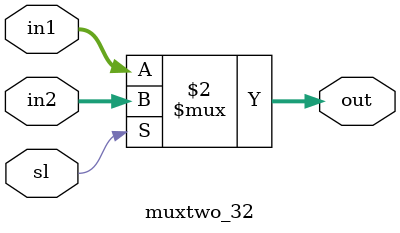
<source format=v>
module muxtwo_32(in1,in2,sl,out);
  input[31:0] in1;
  input[31:0] in2;  
  input sl;   //????????
  output[31:0] out;
  
  assign out=(sl==0)?in1:in2;
  
endmodule


</source>
